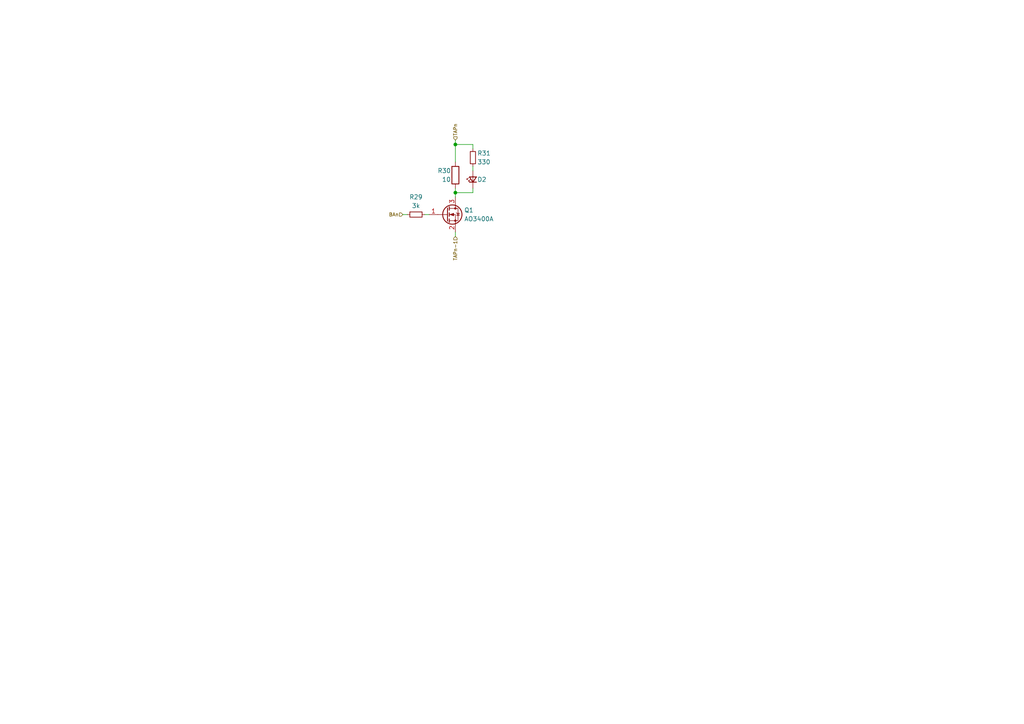
<source format=kicad_sch>
(kicad_sch (version 20250114) (generator "eeschema") (generator_version "9.0")
  (paper "A4")
  (title_block (title "Battery Management System") (date "2025-03-31") (rev "${REVISION}") (company "York Formula Student"))
  (lib_symbols
    (symbol "Device:LED_Small" (pin_numbers (hide yes)) (pin_names (offset 0.254) (hide yes))
      (property "Reference" "D" (at -1.27 3.175 0))
      (property "Value" "LED_Small" (at -4.445 -2.54 0))
      (symbol "LED_Small_0_1"
        (polyline (pts (xy -0.762 -1.016) (xy -0.762 1.016)) (stroke (width 0.254)))
        (polyline (pts (xy 0 0.762) (xy -0.508 1.27) (xy -0.254 1.27) (xy -0.508 1.27) (xy -0.508 1.016)))
        (polyline (pts (xy 0.508 1.27) (xy 0 1.778) (xy 0.254 1.778) (xy 0 1.778) (xy 0 1.524)))
        (polyline (pts (xy 0.762 -1.016) (xy -0.762 0) (xy 0.762 1.016) (xy 0.762 -1.016)) (stroke (width 0.254)))
        (polyline (pts (xy 1.016 0) (xy -0.762 0)))
      )
      (symbol "LED_Small_1_1"
        (pin passive line (at -2.54 0 0) (length 1.778) (name "K") (number "1"))
        (pin passive line (at 2.54 0 180) (length 1.778) (name "A") (number "2"))
      )
    )
    (symbol "Device:R" (pin_numbers (hide yes)) (pin_names (offset 0))
      (property "Reference" "R" (at 2.032 0 90))
      (property "Value" "R" (at 0 0 90))
      (symbol "R_0_1"
        (rectangle (start -1.016 -2.54) (end 1.016 2.54) (stroke (width 0.254)))
      )
      (symbol "R_1_1"
        (pin passive line (at 0 3.81 270) (length 1.27) (name "~") (number "1"))
        (pin passive line (at 0 -3.81 90) (length 1.27) (name "~") (number "2"))
      )
    )
    (symbol "Device:R_Small" (pin_numbers (hide yes)) (pin_names (offset 0.254) (hide yes))
      (property "Reference" "R" (at 0.762 0.508 0))
      (property "Value" "R_Small" (at 0.762 -1.016 0))
      (symbol "R_Small_0_1"
        (rectangle (start -0.762 1.778) (end 0.762 -1.778) (stroke (width 0.2032)))
      )
      (symbol "R_Small_1_1"
        (pin passive line (at 0 2.54 270) (length 0.762) (name "~") (number "1"))
        (pin passive line (at 0 -2.54 90) (length 0.762) (name "~") (number "2"))
      )
    )
    (symbol "Transistor_FET:AO3400A" (pin_names (hide yes))
      (property "Reference" "Q" (at 5.08 1.905 0))
      (property "Value" "AO3400A" (at 5.08 0 0))
      (symbol "AO3400A_0_1"
        (polyline (pts (xy 0.254 1.905) (xy 0.254 -1.905)) (stroke (width 0.254)))
        (polyline (pts (xy 0.254 0) (xy -2.54 0)))
        (polyline (pts (xy 0.762 2.286) (xy 0.762 1.27)) (stroke (width 0.254)))
        (polyline (pts (xy 0.762 0.508) (xy 0.762 -0.508)) (stroke (width 0.254)))
        (polyline (pts (xy 0.762 -1.27) (xy 0.762 -2.286)) (stroke (width 0.254)))
        (polyline (pts (xy 0.762 -1.778) (xy 3.302 -1.778) (xy 3.302 1.778) (xy 0.762 1.778)))
        (polyline (pts (xy 1.016 0) (xy 2.032 0.381) (xy 2.032 -0.381) (xy 1.016 0)) (fill (type outline)))
        (circle (center 1.651 0) (radius 2.794) (stroke (width 0.254)))
        (polyline (pts (xy 2.54 2.54) (xy 2.54 1.778)))
        (circle (center 2.54 1.778) (radius 0.254) (fill (type outline)))
        (circle (center 2.54 -1.778) (radius 0.254) (fill (type outline)))
        (polyline (pts (xy 2.54 -2.54) (xy 2.54 0) (xy 0.762 0)))
        (polyline (pts (xy 2.794 0.508) (xy 2.921 0.381) (xy 3.683 0.381) (xy 3.81 0.254)))
        (polyline (pts (xy 3.302 0.381) (xy 2.921 -0.254) (xy 3.683 -0.254) (xy 3.302 0.381)))
      )
      (symbol "AO3400A_1_1"
        (pin input line (at -5.08 0 0) (length 2.54) (name "G") (number "1"))
        (pin passive line (at 2.54 5.08 270) (length 2.54) (name "D") (number "3"))
        (pin passive line (at 2.54 -5.08 90) (length 2.54) (name "S") (number "2"))
      )
    )
  )
  (junction (at 132.08 55.88))
  (junction (at 132.08 41.91))
  (wire (pts (xy 132.08 54.61) (xy 132.08 55.88)))
  (wire (pts (xy 132.08 67.31) (xy 132.08 68.58)))
  (wire (pts (xy 137.16 43.18) (xy 137.16 41.91)))
  (wire (pts (xy 137.16 41.91) (xy 132.08 41.91)))
  (wire (pts (xy 116.84 62.23) (xy 118.11 62.23)))
  (wire (pts (xy 137.16 54.61) (xy 137.16 55.88)))
  (wire (pts (xy 132.08 40.64) (xy 132.08 41.91)))
  (wire (pts (xy 132.08 55.88) (xy 137.16 55.88)))
  (wire (pts (xy 132.08 55.88) (xy 132.08 57.15)))
  (wire (pts (xy 123.19 62.23) (xy 124.46 62.23)))
  (wire (pts (xy 132.08 41.91) (xy 132.08 46.99)))
  (wire (pts (xy 137.16 48.26) (xy 137.16 49.53)))
  (hierarchical_label "TAPn" (shape input) (at 132.08 40.64 90) (effects (font (size 1 1))))
  (hierarchical_label "BAn" (shape input) (at 116.84 62.23 180) (effects (font (size 1 1))))
  (hierarchical_label "TAPn-1" (shape input) (at 132.08 68.58 270) (effects (font (size 1 1))))
  (symbol (lib_id "Device:R_Small") (at 120.65 62.23 90) (unit 1)
    (property "Reference" "R29" (at 120.65 57.15 90))
    (property "Value" "3k" (at 120.65 59.69 90))
    (property "Footprint" "Resistor_SMD:R_0603_1608Metric" (effects (hide yes)))
    (property "Description" "Resistor, small symbol" (effects (hide yes)))
    (property "Dist #" "C4211" (effects (hide yes)))
    (property "Mfr" "Uni-Royal" (effects (hide yes)))
    (property "Mfr #" "0603WAF3001T5E" (effects (hide yes)))
    (property "Dist" "LCSC" (effects (hide yes)))
    (instances (project "bms" (path "" (reference "R29") (unit 1)) (path "" (reference "R53") (unit 1)) (path "" (reference "R41") (unit 1)) (path "" (reference "R50") (unit 1)) (path "" (reference "R59") (unit 1)) (path "" (reference "R56") (unit 1)) (path "" (reference "R32") (unit 1)) (path "" (reference "R35") (unit 1)) (path "" (reference "R62") (unit 1)) (path "" (reference "R44") (unit 1)) (path "" (reference "R38") (unit 1)) (path "" (reference "R47") (unit 1))))
  )
  (symbol (lib_id "Device:R_Small") (at 137.16 45.72 0) (unit 1)
    (property "Reference" "R31" (at 138.43 44.45 0) (effects (justify left)))
    (property "Value" "330" (at 138.43 46.99 0) (effects (justify left)))
    (property "Footprint" "Resistor_SMD:R_0603_1608Metric" (effects (hide yes)))
    (property "Description" "Resistor, small symbol" (effects (hide yes)))
    (property "Dist #" "C23138" (effects (hide yes)))
    (property "Mfr" "Uni-Royal" (effects (hide yes)))
    (property "Mfr #" "0603WAF3300T5E" (effects (hide yes)))
    (property "Dist" "LCSC" (effects (hide yes)))
    (instances (project "bms" (path "" (reference "R31") (unit 1)) (path "" (reference "R55") (unit 1)) (path "" (reference "R43") (unit 1)) (path "" (reference "R52") (unit 1)) (path "" (reference "R61") (unit 1)) (path "" (reference "R58") (unit 1)) (path "" (reference "R34") (unit 1)) (path "" (reference "R37") (unit 1)) (path "" (reference "R64") (unit 1)) (path "" (reference "R46") (unit 1)) (path "" (reference "R40") (unit 1)) (path "" (reference "R49") (unit 1))))
  )
  (symbol (lib_id "Device:R") (at 132.08 50.8 0) (unit 1)
    (property "Reference" "R30" (at 130.81 49.53 0) (effects (justify right)))
    (property "Value" "10" (at 130.81 52.07 0) (effects (justify right)))
    (property "Footprint" "Resistor_SMD:R_2512_6332Metric" (effects (hide yes)))
    (property "Description" "Resistor" (effects (hide yes)))
    (property "Dist #" "C2991665" (effects (hide yes)))
    (property "Mfr" "FH" (effects (hide yes)))
    (property "Mfr #" "RPL-12K10R0FT" (effects (hide yes)))
    (property "Dist" "LCSC" (effects (hide yes)))
    (instances (project "bms" (path "" (reference "R30") (unit 1)) (path "" (reference "R54") (unit 1)) (path "" (reference "R42") (unit 1)) (path "" (reference "R51") (unit 1)) (path "" (reference "R60") (unit 1)) (path "" (reference "R57") (unit 1)) (path "" (reference "R33") (unit 1)) (path "" (reference "R36") (unit 1)) (path "" (reference "R63") (unit 1)) (path "" (reference "R45") (unit 1)) (path "" (reference "R39") (unit 1)) (path "" (reference "R48") (unit 1))))
  )
  (symbol (lib_id "Device:LED_Small") (at 137.16 52.07 90) (unit 1)
    (property "Reference" "D2" (at 138.43 52.07 90) (effects (justify right)))
    (property "Value" "LED_Small" (effects (hide yes)))
    (property "Footprint" "LED_SMD:LED_0603_1608Metric" (effects (hide yes)))
    (property "Description" "Light emitting diode, small symbol" (effects (hide yes)))
    (property "Dist #" "C84263" (effects (hide yes)))
    (property "Mfr" "Foshan NationStar Optoelectronics" (effects (hide yes)))
    (property "Mfr #" "NCD0603R1" (effects (hide yes)))
    (property "Dist" "LCSC" (effects (hide yes)))
    (property "Sim.Pin" "1=K 2=A" (effects (hide yes)))
    (instances (project "bms" (path "" (reference "D2") (unit 1)) (path "" (reference "D10") (unit 1)) (path "" (reference "D6") (unit 1)) (path "" (reference "D9") (unit 1)) (path "" (reference "D12") (unit 1)) (path "" (reference "D11") (unit 1)) (path "" (reference "D3") (unit 1)) (path "" (reference "D4") (unit 1)) (path "" (reference "D13") (unit 1)) (path "" (reference "D7") (unit 1)) (path "" (reference "D5") (unit 1)) (path "" (reference "D8") (unit 1))))
  )
  (symbol (lib_id "Transistor_FET:AO3400A") (at 129.54 62.23 0) (unit 1)
    (property "Reference" "Q1" (at 134.62 60.96 0) (effects (justify left)))
    (property "Value" "AO3400A" (at 134.62 63.5 0) (effects (justify left)))
    (property "Footprint" "Package_TO_SOT_SMD:SOT-23" (effects (hide yes)))
    (property "Datasheet" "http://www.aosmd.com/pdfs/datasheet/AO3400A.pdf" (effects (hide yes)))
    (property "Description" "30V Vds, 5.7A Id, N-Channel MOSFET, SOT-23" (effects (hide yes)))
    (property "Dist #" "C347475" (effects (hide yes)))
    (property "Mfr" "UMW" (effects (hide yes)))
    (property "Mfr #" "AO3400A" (effects (hide yes)))
    (property "Dist" "LCSC" (effects (hide yes)))
    (instances (project "bms" (path "" (reference "Q1") (unit 1)) (path "" (reference "Q9") (unit 1)) (path "" (reference "Q5") (unit 1)) (path "" (reference "Q8") (unit 1)) (path "" (reference "Q11") (unit 1)) (path "" (reference "Q10") (unit 1)) (path "" (reference "Q2") (unit 1)) (path "" (reference "Q3") (unit 1)) (path "" (reference "Q12") (unit 1)) (path "" (reference "Q6") (unit 1)) (path "" (reference "Q4") (unit 1)) (path "" (reference "Q7") (unit 1))))
  )
)
</source>
